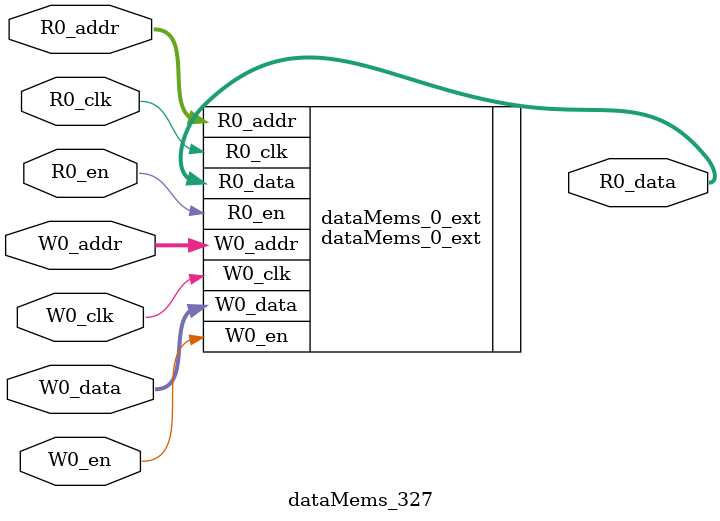
<source format=sv>
`ifndef RANDOMIZE
  `ifdef RANDOMIZE_REG_INIT
    `define RANDOMIZE
  `endif // RANDOMIZE_REG_INIT
`endif // not def RANDOMIZE
`ifndef RANDOMIZE
  `ifdef RANDOMIZE_MEM_INIT
    `define RANDOMIZE
  `endif // RANDOMIZE_MEM_INIT
`endif // not def RANDOMIZE

`ifndef RANDOM
  `define RANDOM $random
`endif // not def RANDOM

// Users can define 'PRINTF_COND' to add an extra gate to prints.
`ifndef PRINTF_COND_
  `ifdef PRINTF_COND
    `define PRINTF_COND_ (`PRINTF_COND)
  `else  // PRINTF_COND
    `define PRINTF_COND_ 1
  `endif // PRINTF_COND
`endif // not def PRINTF_COND_

// Users can define 'ASSERT_VERBOSE_COND' to add an extra gate to assert error printing.
`ifndef ASSERT_VERBOSE_COND_
  `ifdef ASSERT_VERBOSE_COND
    `define ASSERT_VERBOSE_COND_ (`ASSERT_VERBOSE_COND)
  `else  // ASSERT_VERBOSE_COND
    `define ASSERT_VERBOSE_COND_ 1
  `endif // ASSERT_VERBOSE_COND
`endif // not def ASSERT_VERBOSE_COND_

// Users can define 'STOP_COND' to add an extra gate to stop conditions.
`ifndef STOP_COND_
  `ifdef STOP_COND
    `define STOP_COND_ (`STOP_COND)
  `else  // STOP_COND
    `define STOP_COND_ 1
  `endif // STOP_COND
`endif // not def STOP_COND_

// Users can define INIT_RANDOM as general code that gets injected into the
// initializer block for modules with registers.
`ifndef INIT_RANDOM
  `define INIT_RANDOM
`endif // not def INIT_RANDOM

// If using random initialization, you can also define RANDOMIZE_DELAY to
// customize the delay used, otherwise 0.002 is used.
`ifndef RANDOMIZE_DELAY
  `define RANDOMIZE_DELAY 0.002
`endif // not def RANDOMIZE_DELAY

// Define INIT_RANDOM_PROLOG_ for use in our modules below.
`ifndef INIT_RANDOM_PROLOG_
  `ifdef RANDOMIZE
    `ifdef VERILATOR
      `define INIT_RANDOM_PROLOG_ `INIT_RANDOM
    `else  // VERILATOR
      `define INIT_RANDOM_PROLOG_ `INIT_RANDOM #`RANDOMIZE_DELAY begin end
    `endif // VERILATOR
  `else  // RANDOMIZE
    `define INIT_RANDOM_PROLOG_
  `endif // RANDOMIZE
`endif // not def INIT_RANDOM_PROLOG_

// Include register initializers in init blocks unless synthesis is set
`ifndef SYNTHESIS
  `ifndef ENABLE_INITIAL_REG_
    `define ENABLE_INITIAL_REG_
  `endif // not def ENABLE_INITIAL_REG_
`endif // not def SYNTHESIS

// Include rmemory initializers in init blocks unless synthesis is set
`ifndef SYNTHESIS
  `ifndef ENABLE_INITIAL_MEM_
    `define ENABLE_INITIAL_MEM_
  `endif // not def ENABLE_INITIAL_MEM_
`endif // not def SYNTHESIS

module dataMems_327(	// @[generators/ara/src/main/scala/UnsafeAXI4ToTL.scala:365:62]
  input  [4:0]  R0_addr,
  input         R0_en,
  input         R0_clk,
  output [66:0] R0_data,
  input  [4:0]  W0_addr,
  input         W0_en,
  input         W0_clk,
  input  [66:0] W0_data
);

  dataMems_0_ext dataMems_0_ext (	// @[generators/ara/src/main/scala/UnsafeAXI4ToTL.scala:365:62]
    .R0_addr (R0_addr),
    .R0_en   (R0_en),
    .R0_clk  (R0_clk),
    .R0_data (R0_data),
    .W0_addr (W0_addr),
    .W0_en   (W0_en),
    .W0_clk  (W0_clk),
    .W0_data (W0_data)
  );
endmodule


</source>
